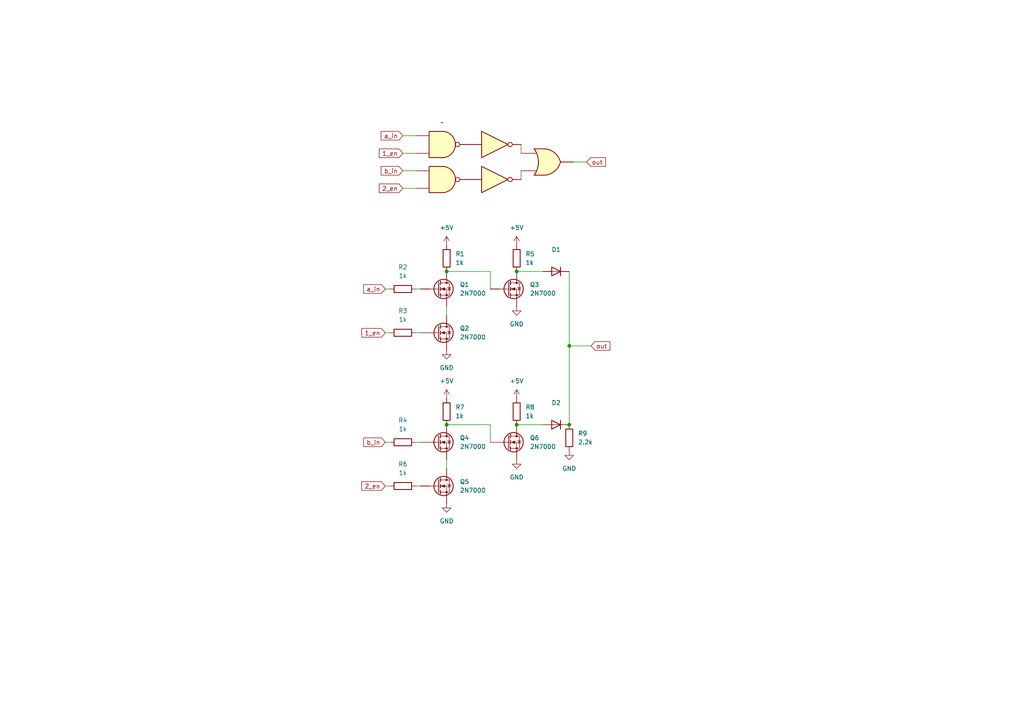
<source format=kicad_sch>
(kicad_sch (version 20250114) (generator "eeschema") (generator_version "9.0")
  (paper "A4")
  (lib_symbols
    (symbol "2N7000_1" (pin_numbers (hide yes)) (pin_names (hide yes))
      (property "Reference" "Q" (at 5.08 1.905 0))
      (property "Value" "2N7000" (at 5.08 0 0))
      (symbol "2N7000_1_0_1"
        (polyline (pts (xy 0.254 1.905) (xy 0.254 -1.905)) (stroke (width 0.254)))
        (polyline (pts (xy 0.254 0) (xy -2.54 0)))
        (polyline (pts (xy 0.762 2.286) (xy 0.762 1.27)) (stroke (width 0.254)))
        (polyline (pts (xy 0.762 0.508) (xy 0.762 -0.508)) (stroke (width 0.254)))
        (polyline (pts (xy 0.762 -1.27) (xy 0.762 -2.286)) (stroke (width 0.254)))
        (polyline (pts (xy 0.762 -1.778) (xy 3.302 -1.778) (xy 3.302 1.778) (xy 0.762 1.778)))
        (polyline (pts (xy 1.016 0) (xy 2.032 0.381) (xy 2.032 -0.381) (xy 1.016 0)) (fill (type outline)))
        (circle (center 1.651 0) (radius 2.794) (stroke (width 0.254)))
        (polyline (pts (xy 2.54 2.54) (xy 2.54 1.778)))
        (circle (center 2.54 1.778) (radius 0.254) (fill (type outline)))
        (circle (center 2.54 -1.778) (radius 0.254) (fill (type outline)))
        (polyline (pts (xy 2.54 -2.54) (xy 2.54 0) (xy 0.762 0)))
        (polyline (pts (xy 2.794 0.508) (xy 2.921 0.381) (xy 3.683 0.381) (xy 3.81 0.254)))
        (polyline (pts (xy 3.302 0.381) (xy 2.921 -0.254) (xy 3.683 -0.254) (xy 3.302 0.381)))
      )
      (symbol "2N7000_1_1_1"
        (pin input line (at -5.08 0 0) (length 2.54) (name "G") (number "2"))
        (pin passive line (at 2.54 5.08 270) (length 2.54) (name "D") (number "3"))
        (pin passive line (at 2.54 -5.08 90) (length 2.54) (name "S") (number "1"))
      )
    )
    (symbol "2N7000_2" (pin_numbers (hide yes)) (pin_names (hide yes))
      (property "Reference" "Q" (at 5.08 1.905 0))
      (property "Value" "2N7000" (at 5.08 0 0))
      (symbol "2N7000_2_0_1"
        (polyline (pts (xy 0.254 1.905) (xy 0.254 -1.905)) (stroke (width 0.254)))
        (polyline (pts (xy 0.254 0) (xy -2.54 0)))
        (polyline (pts (xy 0.762 2.286) (xy 0.762 1.27)) (stroke (width 0.254)))
        (polyline (pts (xy 0.762 0.508) (xy 0.762 -0.508)) (stroke (width 0.254)))
        (polyline (pts (xy 0.762 -1.27) (xy 0.762 -2.286)) (stroke (width 0.254)))
        (polyline (pts (xy 0.762 -1.778) (xy 3.302 -1.778) (xy 3.302 1.778) (xy 0.762 1.778)))
        (polyline (pts (xy 1.016 0) (xy 2.032 0.381) (xy 2.032 -0.381) (xy 1.016 0)) (fill (type outline)))
        (circle (center 1.651 0) (radius 2.794) (stroke (width 0.254)))
        (polyline (pts (xy 2.54 2.54) (xy 2.54 1.778)))
        (circle (center 2.54 1.778) (radius 0.254) (fill (type outline)))
        (circle (center 2.54 -1.778) (radius 0.254) (fill (type outline)))
        (polyline (pts (xy 2.54 -2.54) (xy 2.54 0) (xy 0.762 0)))
        (polyline (pts (xy 2.794 0.508) (xy 2.921 0.381) (xy 3.683 0.381) (xy 3.81 0.254)))
        (polyline (pts (xy 3.302 0.381) (xy 2.921 -0.254) (xy 3.683 -0.254) (xy 3.302 0.381)))
      )
      (symbol "2N7000_2_1_1"
        (pin input line (at -5.08 0 0) (length 2.54) (name "G") (number "2"))
        (pin passive line (at 2.54 5.08 270) (length 2.54) (name "D") (number "3"))
        (pin passive line (at 2.54 -5.08 90) (length 2.54) (name "S") (number "1"))
      )
    )
    (symbol "74HC00_1" (pin_numbers (hide yes)) (pin_names (offset 1.016) (hide yes))
      (property "Reference" "U" (at 0 1.27 0))
      (property "Value" "74HC00" (at 0 -1.27 0))
      (symbol "74HC00_1_1_1"
        (arc (start 0 3.81) (mid 3.7934 0) (end 0 -3.81) (stroke (width 0.254)) (fill (type background)))
        (polyline (pts (xy 0 3.81) (xy -3.81 3.81) (xy -3.81 -3.81) (xy 0 -3.81)) (stroke (width 0.254)) (fill (type background)))
        (pin input line (at -7.62 2.54 0) (length 3.81) (name "~") (number "1"))
        (pin input line (at -7.62 -2.54 0) (length 3.81) (name "~") (number "2"))
        (pin output inverted (at 7.62 0 180) (length 3.81) (name "~") (number "3"))
      )
      (symbol "74HC00_1_1_2"
        (arc (start -3.81 3.81) (mid -2.589 0) (end -3.81 -3.81) (stroke (width 0.254)))
        (polyline (pts (xy -3.81 3.81) (xy -0.635 3.81)) (stroke (width 0.254)) (fill (type background)))
        (polyline (pts (xy -3.81 -3.81) (xy -0.635 -3.81)) (stroke (width 0.254)) (fill (type background)))
        (arc (start 3.81 0) (mid 2.1855 -2.584) (end -0.6096 -3.81) (stroke (width 0.254)) (fill (type background)))
        (arc (start -0.6096 3.81) (mid 2.1928 2.5924) (end 3.81 0) (stroke (width 0.254)) (fill (type background)))
        (polyline (pts (xy -0.635 3.81) (xy -3.81 3.81) (xy -3.81 3.81) (xy -3.556 3.4036) (xy -3.0226 2.2606) (xy -2.6924 1.0414) (xy -2.6162 -0.254) (xy -2.7686 -1.4986) (xy -3.175 -2.7178) (xy -3.81 -3.81) (xy -3.81 -3.81) (xy -0.635 -3.81)) (stroke (width -25.4)) (fill (type background)))
        (pin input inverted (at -7.62 2.54 0) (length 4.318) (name "~") (number "1"))
        (pin input inverted (at -7.62 -2.54 0) (length 4.318) (name "~") (number "2"))
        (pin output line (at 7.62 0 180) (length 3.81) (name "~") (number "3"))
      )
      (symbol "74HC00_1_2_1"
        (arc (start 0 3.81) (mid 3.7934 0) (end 0 -3.81) (stroke (width 0.254)) (fill (type background)))
        (polyline (pts (xy 0 3.81) (xy -3.81 3.81) (xy -3.81 -3.81) (xy 0 -3.81)) (stroke (width 0.254)) (fill (type background)))
        (pin input line (at -7.62 2.54 0) (length 3.81) (name "~") (number "4"))
        (pin input line (at -7.62 -2.54 0) (length 3.81) (name "~") (number "5"))
        (pin output inverted (at 7.62 0 180) (length 3.81) (name "~") (number "6"))
      )
      (symbol "74HC00_1_2_2"
        (arc (start -3.81 3.81) (mid -2.589 0) (end -3.81 -3.81) (stroke (width 0.254)))
        (polyline (pts (xy -3.81 3.81) (xy -0.635 3.81)) (stroke (width 0.254)) (fill (type background)))
        (polyline (pts (xy -3.81 -3.81) (xy -0.635 -3.81)) (stroke (width 0.254)) (fill (type background)))
        (arc (start 3.81 0) (mid 2.1855 -2.584) (end -0.6096 -3.81) (stroke (width 0.254)) (fill (type background)))
        (arc (start -0.6096 3.81) (mid 2.1928 2.5924) (end 3.81 0) (stroke (width 0.254)) (fill (type background)))
        (polyline (pts (xy -0.635 3.81) (xy -3.81 3.81) (xy -3.81 3.81) (xy -3.556 3.4036) (xy -3.0226 2.2606) (xy -2.6924 1.0414) (xy -2.6162 -0.254) (xy -2.7686 -1.4986) (xy -3.175 -2.7178) (xy -3.81 -3.81) (xy -3.81 -3.81) (xy -0.635 -3.81)) (stroke (width -25.4)) (fill (type background)))
        (pin input inverted (at -7.62 2.54 0) (length 4.318) (name "~") (number "4"))
        (pin input inverted (at -7.62 -2.54 0) (length 4.318) (name "~") (number "5"))
        (pin output line (at 7.62 0 180) (length 3.81) (name "~") (number "6"))
      )
      (symbol "74HC00_1_3_1"
        (arc (start 0 3.81) (mid 3.7934 0) (end 0 -3.81) (stroke (width 0.254)) (fill (type background)))
        (polyline (pts (xy 0 3.81) (xy -3.81 3.81) (xy -3.81 -3.81) (xy 0 -3.81)) (stroke (width 0.254)) (fill (type background)))
        (pin input line (at -7.62 2.54 0) (length 3.81) (name "~") (number "9"))
        (pin input line (at -7.62 -2.54 0) (length 3.81) (name "~") (number "10"))
        (pin output inverted (at 7.62 0 180) (length 3.81) (name "~") (number "8"))
      )
      (symbol "74HC00_1_3_2"
        (arc (start -3.81 3.81) (mid -2.589 0) (end -3.81 -3.81) (stroke (width 0.254)))
        (polyline (pts (xy -3.81 3.81) (xy -0.635 3.81)) (stroke (width 0.254)) (fill (type background)))
        (polyline (pts (xy -3.81 -3.81) (xy -0.635 -3.81)) (stroke (width 0.254)) (fill (type background)))
        (arc (start 3.81 0) (mid 2.1855 -2.584) (end -0.6096 -3.81) (stroke (width 0.254)) (fill (type background)))
        (arc (start -0.6096 3.81) (mid 2.1928 2.5924) (end 3.81 0) (stroke (width 0.254)) (fill (type background)))
        (polyline (pts (xy -0.635 3.81) (xy -3.81 3.81) (xy -3.81 3.81) (xy -3.556 3.4036) (xy -3.0226 2.2606) (xy -2.6924 1.0414) (xy -2.6162 -0.254) (xy -2.7686 -1.4986) (xy -3.175 -2.7178) (xy -3.81 -3.81) (xy -3.81 -3.81) (xy -0.635 -3.81)) (stroke (width -25.4)) (fill (type background)))
        (pin input inverted (at -7.62 2.54 0) (length 4.318) (name "~") (number "9"))
        (pin input inverted (at -7.62 -2.54 0) (length 4.318) (name "~") (number "10"))
        (pin output line (at 7.62 0 180) (length 3.81) (name "~") (number "8"))
      )
      (symbol "74HC00_1_4_1"
        (arc (start 0 3.81) (mid 3.7934 0) (end 0 -3.81) (stroke (width 0.254)) (fill (type background)))
        (polyline (pts (xy 0 3.81) (xy -3.81 3.81) (xy -3.81 -3.81) (xy 0 -3.81)) (stroke (width 0.254)) (fill (type background)))
        (pin input line (at -7.62 2.54 0) (length 3.81) (name "~") (number "12"))
        (pin input line (at -7.62 -2.54 0) (length 3.81) (name "~") (number "13"))
        (pin output inverted (at 7.62 0 180) (length 3.81) (name "~") (number "11"))
      )
      (symbol "74HC00_1_4_2"
        (arc (start -3.81 3.81) (mid -2.589 0) (end -3.81 -3.81) (stroke (width 0.254)))
        (polyline (pts (xy -3.81 3.81) (xy -0.635 3.81)) (stroke (width 0.254)) (fill (type background)))
        (polyline (pts (xy -3.81 -3.81) (xy -0.635 -3.81)) (stroke (width 0.254)) (fill (type background)))
        (arc (start 3.81 0) (mid 2.1855 -2.584) (end -0.6096 -3.81) (stroke (width 0.254)) (fill (type background)))
        (arc (start -0.6096 3.81) (mid 2.1928 2.5924) (end 3.81 0) (stroke (width 0.254)) (fill (type background)))
        (polyline (pts (xy -0.635 3.81) (xy -3.81 3.81) (xy -3.81 3.81) (xy -3.556 3.4036) (xy -3.0226 2.2606) (xy -2.6924 1.0414) (xy -2.6162 -0.254) (xy -2.7686 -1.4986) (xy -3.175 -2.7178) (xy -3.81 -3.81) (xy -3.81 -3.81) (xy -0.635 -3.81)) (stroke (width -25.4)) (fill (type background)))
        (pin input inverted (at -7.62 2.54 0) (length 4.318) (name "~") (number "12"))
        (pin input inverted (at -7.62 -2.54 0) (length 4.318) (name "~") (number "13"))
        (pin output line (at 7.62 0 180) (length 3.81) (name "~") (number "11"))
      )
      (symbol "74HC00_1_5_0"
        (pin power_in line (at 0 12.7 270) (length 5.08) (name "VCC") (number "14"))
        (pin power_in line (at 0 -12.7 90) (length 5.08) (name "GND") (number "7"))
      )
      (symbol "74HC00_1_5_1"
        (rectangle (start -5.08 7.62) (end 5.08 -7.62) (stroke (width 0.254)) (fill (type background)))
      )
    )
    (symbol "74xx:74AHC04" (pin_numbers (hide yes)) (pin_names (hide yes))
      (property "Reference" "U" (at 0 1.27 0))
      (property "Value" "74AHC04" (at 0 -1.27 0))
      (symbol "74AHC04_1_0"
        (polyline (pts (xy -3.81 3.81) (xy -3.81 -3.81) (xy 3.81 0) (xy -3.81 3.81)) (stroke (width 0.254)) (fill (type background)))
        (pin input line (at -7.62 0 0) (length 3.81) (name "~") (number "1"))
        (pin output inverted (at 7.62 0 180) (length 3.81) (name "~") (number "2"))
      )
      (symbol "74AHC04_2_0"
        (polyline (pts (xy -3.81 3.81) (xy -3.81 -3.81) (xy 3.81 0) (xy -3.81 3.81)) (stroke (width 0.254)) (fill (type background)))
        (pin input line (at -7.62 0 0) (length 3.81) (name "~") (number "3"))
        (pin output inverted (at 7.62 0 180) (length 3.81) (name "~") (number "4"))
      )
      (symbol "74AHC04_3_0"
        (polyline (pts (xy -3.81 3.81) (xy -3.81 -3.81) (xy 3.81 0) (xy -3.81 3.81)) (stroke (width 0.254)) (fill (type background)))
        (pin input line (at -7.62 0 0) (length 3.81) (name "~") (number "5"))
        (pin output inverted (at 7.62 0 180) (length 3.81) (name "~") (number "6"))
      )
      (symbol "74AHC04_4_0"
        (polyline (pts (xy -3.81 3.81) (xy -3.81 -3.81) (xy 3.81 0) (xy -3.81 3.81)) (stroke (width 0.254)) (fill (type background)))
        (pin input line (at -7.62 0 0) (length 3.81) (name "~") (number "9"))
        (pin output inverted (at 7.62 0 180) (length 3.81) (name "~") (number "8"))
      )
      (symbol "74AHC04_5_0"
        (polyline (pts (xy -3.81 3.81) (xy -3.81 -3.81) (xy 3.81 0) (xy -3.81 3.81)) (stroke (width 0.254)) (fill (type background)))
        (pin input line (at -7.62 0 0) (length 3.81) (name "~") (number "11"))
        (pin output inverted (at 7.62 0 180) (length 3.81) (name "~") (number "10"))
      )
      (symbol "74AHC04_6_0"
        (polyline (pts (xy -3.81 3.81) (xy -3.81 -3.81) (xy 3.81 0) (xy -3.81 3.81)) (stroke (width 0.254)) (fill (type background)))
        (pin input line (at -7.62 0 0) (length 3.81) (name "~") (number "13"))
        (pin output inverted (at 7.62 0 180) (length 3.81) (name "~") (number "12"))
      )
      (symbol "74AHC04_7_0"
        (pin power_in line (at 0 12.7 270) (length 5.08) (name "VCC") (number "14"))
        (pin power_in line (at 0 -12.7 90) (length 5.08) (name "GND") (number "7"))
      )
      (symbol "74AHC04_7_1"
        (rectangle (start -5.08 7.62) (end 5.08 -7.62) (stroke (width 0.254)) (fill (type background)))
      )
    )
    (symbol "74xx:74HC02" (pin_numbers (hide yes)) (pin_names (offset 1.016))
      (property "Reference" "U1" (at 0 8.89 0))
      (property "Value" "74HC02" (at 0 6.35 0))
      (symbol "74HC02_1_1"
        (arc (start -3.81 3.81) (mid -2.589 0) (end -3.81 -3.81) (stroke (width 0.254)))
        (polyline (pts (xy -3.81 3.81) (xy -0.635 3.81)) (stroke (width 0.254)) (fill (type background)))
        (polyline (pts (xy -3.81 -3.81) (xy -0.635 -3.81)) (stroke (width 0.254)) (fill (type background)))
        (arc (start 3.81 0) (mid 2.1855 -2.584) (end -0.6096 -3.81) (stroke (width 0.254)) (fill (type background)))
        (arc (start -0.6096 3.81) (mid 2.1928 2.5924) (end 3.81 0) (stroke (width 0.254)) (fill (type background)))
        (polyline (pts (xy -0.635 3.81) (xy -3.81 3.81) (xy -3.81 3.81) (xy -3.556 3.4036) (xy -3.0226 2.2606) (xy -2.6924 1.0414) (xy -2.6162 -0.254) (xy -2.7686 -1.4986) (xy -3.175 -2.7178) (xy -3.81 -3.81) (xy -3.81 -3.81) (xy -0.635 -3.81)) (stroke (width -25.4)) (fill (type background)))
        (pin input line (at -7.62 2.54 0) (length 4.318) (name "~") (number "2"))
        (pin input line (at -7.62 -2.54 0) (length 4.318) (name "~") (number "3"))
        (pin output line (at 7.62 0 180) (length 3.81) (name "~") (number "1"))
      )
      (symbol "74HC02_1_2"
        (arc (start 0 3.81) (mid 3.7934 0) (end 0 -3.81) (stroke (width 0.254)) (fill (type background)))
        (polyline (pts (xy 0 3.81) (xy -3.81 3.81) (xy -3.81 -3.81) (xy 0 -3.81)) (stroke (width 0.254)) (fill (type background)))
        (pin input inverted (at -7.62 2.54 0) (length 3.81) (name "~") (number "2"))
        (pin input inverted (at -7.62 -2.54 0) (length 3.81) (name "~") (number "3"))
        (pin output line (at 7.62 0 180) (length 3.81) (name "~") (number "1"))
      )
      (symbol "74HC02_2_1"
        (arc (start -3.81 3.81) (mid -2.589 0) (end -3.81 -3.81) (stroke (width 0.254)))
        (polyline (pts (xy -3.81 3.81) (xy -0.635 3.81)) (stroke (width 0.254)) (fill (type background)))
        (polyline (pts (xy -3.81 -3.81) (xy -0.635 -3.81)) (stroke (width 0.254)) (fill (type background)))
        (arc (start 3.81 0) (mid 2.1855 -2.584) (end -0.6096 -3.81) (stroke (width 0.254)) (fill (type background)))
        (arc (start -0.6096 3.81) (mid 2.1928 2.5924) (end 3.81 0) (stroke (width 0.254)) (fill (type background)))
        (polyline (pts (xy -0.635 3.81) (xy -3.81 3.81) (xy -3.81 3.81) (xy -3.556 3.4036) (xy -3.0226 2.2606) (xy -2.6924 1.0414) (xy -2.6162 -0.254) (xy -2.7686 -1.4986) (xy -3.175 -2.7178) (xy -3.81 -3.81) (xy -3.81 -3.81) (xy -0.635 -3.81)) (stroke (width -25.4)) (fill (type background)))
        (pin input line (at -7.62 2.54 0) (length 4.318) (name "~") (number "5"))
        (pin input line (at -7.62 -2.54 0) (length 4.318) (name "~") (number "6"))
        (pin output inverted (at 7.62 0 180) (length 3.81) (name "~") (number "4"))
      )
      (symbol "74HC02_2_2"
        (arc (start 0 3.81) (mid 3.7934 0) (end 0 -3.81) (stroke (width 0.254)) (fill (type background)))
        (polyline (pts (xy 0 3.81) (xy -3.81 3.81) (xy -3.81 -3.81) (xy 0 -3.81)) (stroke (width 0.254)) (fill (type background)))
        (pin input inverted (at -7.62 2.54 0) (length 3.81) (name "~") (number "5"))
        (pin input inverted (at -7.62 -2.54 0) (length 3.81) (name "~") (number "6"))
        (pin output line (at 7.62 0 180) (length 3.81) (name "~") (number "4"))
      )
      (symbol "74HC02_3_1"
        (arc (start -3.81 3.81) (mid -2.589 0) (end -3.81 -3.81) (stroke (width 0.254)))
        (polyline (pts (xy -3.81 3.81) (xy -0.635 3.81)) (stroke (width 0.254)) (fill (type background)))
        (polyline (pts (xy -3.81 -3.81) (xy -0.635 -3.81)) (stroke (width 0.254)) (fill (type background)))
        (arc (start 3.81 0) (mid 2.1855 -2.584) (end -0.6096 -3.81) (stroke (width 0.254)) (fill (type background)))
        (arc (start -0.6096 3.81) (mid 2.1928 2.5924) (end 3.81 0) (stroke (width 0.254)) (fill (type background)))
        (polyline (pts (xy -0.635 3.81) (xy -3.81 3.81) (xy -3.81 3.81) (xy -3.556 3.4036) (xy -3.0226 2.2606) (xy -2.6924 1.0414) (xy -2.6162 -0.254) (xy -2.7686 -1.4986) (xy -3.175 -2.7178) (xy -3.81 -3.81) (xy -3.81 -3.81) (xy -0.635 -3.81)) (stroke (width -25.4)) (fill (type background)))
        (pin input line (at -7.62 2.54 0) (length 4.318) (name "~") (number "8"))
        (pin input line (at -7.62 -2.54 0) (length 4.318) (name "~") (number "9"))
        (pin output inverted (at 7.62 0 180) (length 3.81) (name "~") (number "10"))
      )
      (symbol "74HC02_3_2"
        (arc (start 0 3.81) (mid 3.7934 0) (end 0 -3.81) (stroke (width 0.254)) (fill (type background)))
        (polyline (pts (xy 0 3.81) (xy -3.81 3.81) (xy -3.81 -3.81) (xy 0 -3.81)) (stroke (width 0.254)) (fill (type background)))
        (pin input inverted (at -7.62 2.54 0) (length 3.81) (name "~") (number "8"))
        (pin input inverted (at -7.62 -2.54 0) (length 3.81) (name "~") (number "9"))
        (pin output line (at 7.62 0 180) (length 3.81) (name "~") (number "10"))
      )
      (symbol "74HC02_4_1"
        (arc (start -3.81 3.81) (mid -2.589 0) (end -3.81 -3.81) (stroke (width 0.254)))
        (polyline (pts (xy -3.81 3.81) (xy -0.635 3.81)) (stroke (width 0.254)) (fill (type background)))
        (polyline (pts (xy -3.81 -3.81) (xy -0.635 -3.81)) (stroke (width 0.254)) (fill (type background)))
        (arc (start 3.81 0) (mid 2.1855 -2.584) (end -0.6096 -3.81) (stroke (width 0.254)) (fill (type background)))
        (arc (start -0.6096 3.81) (mid 2.1928 2.5924) (end 3.81 0) (stroke (width 0.254)) (fill (type background)))
        (polyline (pts (xy -0.635 3.81) (xy -3.81 3.81) (xy -3.81 3.81) (xy -3.556 3.4036) (xy -3.0226 2.2606) (xy -2.6924 1.0414) (xy -2.6162 -0.254) (xy -2.7686 -1.4986) (xy -3.175 -2.7178) (xy -3.81 -3.81) (xy -3.81 -3.81) (xy -0.635 -3.81)) (stroke (width -25.4)) (fill (type background)))
        (pin input line (at -7.62 2.54 0) (length 4.318) (name "~") (number "11"))
        (pin input line (at -7.62 -2.54 0) (length 4.318) (name "~") (number "12"))
        (pin output inverted (at 7.62 0 180) (length 3.81) (name "~") (number "13"))
      )
      (symbol "74HC02_4_2"
        (arc (start 0 3.81) (mid 3.7934 0) (end 0 -3.81) (stroke (width 0.254)) (fill (type background)))
        (polyline (pts (xy 0 3.81) (xy -3.81 3.81) (xy -3.81 -3.81) (xy 0 -3.81)) (stroke (width 0.254)) (fill (type background)))
        (pin input inverted (at -7.62 2.54 0) (length 3.81) (name "~") (number "11"))
        (pin input inverted (at -7.62 -2.54 0) (length 3.81) (name "~") (number "12"))
        (pin output line (at 7.62 0 180) (length 3.81) (name "~") (number "13"))
      )
      (symbol "74HC02_5_0"
        (pin power_in line (at 0 12.7 270) (length 5.08) (name "VCC") (number "14"))
        (pin power_in line (at 0 -12.7 90) (length 5.08) (name "GND") (number "7"))
      )
      (symbol "74HC02_5_1"
        (rectangle (start -5.08 7.62) (end 5.08 -7.62) (stroke (width 0.254)) (fill (type background)))
      )
    )
    (symbol "Device:R" (pin_numbers (hide yes)) (pin_names (offset 0))
      (property "Reference" "R" (at 2.032 0 90))
      (property "Value" "R" (at 0 0 90))
      (symbol "R_0_1"
        (rectangle (start -1.016 -2.54) (end 1.016 2.54) (stroke (width 0.254)))
      )
      (symbol "R_1_1"
        (pin passive line (at 0 3.81 270) (length 1.27) (name "~") (number "1"))
        (pin passive line (at 0 -3.81 90) (length 1.27) (name "~") (number "2"))
      )
    )
    (symbol "Diode:1N4001" (pin_numbers (hide yes)) (pin_names (hide yes))
      (property "Reference" "D" (at 0 2.54 0))
      (property "Value" "1N4001" (at 0 -2.54 0))
      (symbol "1N4001_0_1"
        (polyline (pts (xy -1.27 1.27) (xy -1.27 -1.27)) (stroke (width 0.254)))
        (polyline (pts (xy 1.27 1.27) (xy 1.27 -1.27) (xy -1.27 0) (xy 1.27 1.27)) (stroke (width 0.254)))
        (polyline (pts (xy 1.27 0) (xy -1.27 0)))
      )
      (symbol "1N4001_1_1"
        (pin passive line (at -3.81 0 0) (length 2.54) (name "K") (number "1"))
        (pin passive line (at 3.81 0 180) (length 2.54) (name "A") (number "2"))
      )
    )
    (symbol "Transistor_FET:2N7000" (pin_numbers (hide yes)) (pin_names (hide yes))
      (property "Reference" "Q" (at 5.08 1.905 0))
      (property "Value" "2N7000" (at 5.08 0 0))
      (symbol "2N7000_0_1"
        (polyline (pts (xy 0.254 1.905) (xy 0.254 -1.905)) (stroke (width 0.254)))
        (polyline (pts (xy 0.254 0) (xy -2.54 0)))
        (polyline (pts (xy 0.762 2.286) (xy 0.762 1.27)) (stroke (width 0.254)))
        (polyline (pts (xy 0.762 0.508) (xy 0.762 -0.508)) (stroke (width 0.254)))
        (polyline (pts (xy 0.762 -1.27) (xy 0.762 -2.286)) (stroke (width 0.254)))
        (polyline (pts (xy 0.762 -1.778) (xy 3.302 -1.778) (xy 3.302 1.778) (xy 0.762 1.778)))
        (polyline (pts (xy 1.016 0) (xy 2.032 0.381) (xy 2.032 -0.381) (xy 1.016 0)) (fill (type outline)))
        (circle (center 1.651 0) (radius 2.794) (stroke (width 0.254)))
        (polyline (pts (xy 2.54 2.54) (xy 2.54 1.778)))
        (circle (center 2.54 1.778) (radius 0.254) (fill (type outline)))
        (circle (center 2.54 -1.778) (radius 0.254) (fill (type outline)))
        (polyline (pts (xy 2.54 -2.54) (xy 2.54 0) (xy 0.762 0)))
        (polyline (pts (xy 2.794 0.508) (xy 2.921 0.381) (xy 3.683 0.381) (xy 3.81 0.254)))
        (polyline (pts (xy 3.302 0.381) (xy 2.921 -0.254) (xy 3.683 -0.254) (xy 3.302 0.381)))
      )
      (symbol "2N7000_1_1"
        (pin input line (at -5.08 0 0) (length 2.54) (name "G") (number "2"))
        (pin passive line (at 2.54 5.08 270) (length 2.54) (name "D") (number "3"))
        (pin passive line (at 2.54 -5.08 90) (length 2.54) (name "S") (number "1"))
      )
    )
    (symbol "power:+5V" (power) (pin_numbers (hide yes)) (pin_names (offset 0) (hide yes))
      (property "Value" "+5V" (at 0 3.556 0))
      (symbol "+5V_0_1"
        (polyline (pts (xy -0.762 1.27) (xy 0 2.54)))
        (polyline (pts (xy 0 2.54) (xy 0.762 1.27)))
        (polyline (pts (xy 0 0) (xy 0 2.54)))
      )
      (symbol "+5V_1_1"
        (pin power_in line (at 0 0 90) (length 0) (name "~") (number "1"))
      )
    )
    (symbol "power:GND" (power) (pin_numbers (hide yes)) (pin_names (offset 0) (hide yes))
      (property "Value" "GND" (at 0 -3.81 0))
      (symbol "GND_0_1"
        (polyline (pts (xy 0 0) (xy 0 -1.27) (xy 1.27 -1.27) (xy 0 -2.54) (xy -1.27 -1.27) (xy 0 -1.27)))
      )
      (symbol "GND_1_1"
        (pin power_in line (at 0 0 270) (length 0) (name "~") (number "1"))
      )
    )
  )
  (junction (at 129.54 78.74))
  (junction (at 149.86 78.74))
  (junction (at 165.1 123.19))
  (junction (at 149.86 123.19))
  (junction (at 129.54 123.19))
  (junction (at 165.1 100.33))
  (wire (pts (xy 142.24 78.74) (xy 129.54 78.74)))
  (wire (pts (xy 120.65 96.52) (xy 121.92 96.52)))
  (wire (pts (xy 111.76 140.97) (xy 113.03 140.97)))
  (wire (pts (xy 151.13 49.53) (xy 151.13 52.07)))
  (wire (pts (xy 142.24 128.27) (xy 142.24 123.19)))
  (wire (pts (xy 151.13 44.45) (xy 151.13 41.91)))
  (wire (pts (xy 111.76 96.52) (xy 113.03 96.52)))
  (wire (pts (xy 142.24 83.82) (xy 142.24 78.74)))
  (wire (pts (xy 120.65 140.97) (xy 121.92 140.97)))
  (wire (pts (xy 165.1 78.74) (xy 165.1 100.33)))
  (wire (pts (xy 165.1 100.33) (xy 165.1 123.19)))
  (wire (pts (xy 116.84 44.45) (xy 120.65 44.45)))
  (wire (pts (xy 116.84 54.61) (xy 120.65 54.61)))
  (wire (pts (xy 116.84 49.53) (xy 120.65 49.53)))
  (wire (pts (xy 111.76 128.27) (xy 113.03 128.27)))
  (wire (pts (xy 142.24 123.19) (xy 129.54 123.19)))
  (wire (pts (xy 129.54 133.35) (xy 129.54 135.89)))
  (wire (pts (xy 120.65 83.82) (xy 121.92 83.82)))
  (wire (pts (xy 157.48 123.19) (xy 149.86 123.19)))
  (wire (pts (xy 111.76 83.82) (xy 113.03 83.82)))
  (wire (pts (xy 120.65 128.27) (xy 121.92 128.27)))
  (wire (pts (xy 165.1 100.33) (xy 171.45 100.33)))
  (wire (pts (xy 166.37 46.99) (xy 170.18 46.99)))
  (wire (pts (xy 116.84 39.37) (xy 120.65 39.37)))
  (wire (pts (xy 129.54 88.9) (xy 129.54 91.44)))
  (wire (pts (xy 157.48 78.74) (xy 149.86 78.74)))
  (global_label "a_in" (shape input) (at 116.84 39.37 180) (property "Intersheetrefs" "${INTERSHEET_REFS}" (effects (hide yes))))
  (global_label "2_en" (shape input) (at 111.76 140.97 180) (property "Intersheetrefs" "${INTERSHEET_REFS}" (effects (hide yes))))
  (global_label "2_en" (shape input) (at 116.84 54.61 180) (property "Intersheetrefs" "${INTERSHEET_REFS}" (effects (hide yes))))
  (global_label "b_in" (shape input) (at 111.76 128.27 180) (property "Intersheetrefs" "${INTERSHEET_REFS}" (effects (hide yes))))
  (global_label "1_en" (shape input) (at 116.84 44.45 180) (property "Intersheetrefs" "${INTERSHEET_REFS}" (effects (hide yes))))
  (global_label "b_in" (shape input) (at 116.84 49.53 180) (property "Intersheetrefs" "${INTERSHEET_REFS}" (effects (hide yes))))
  (global_label "1_en" (shape input) (at 111.76 96.52 180) (property "Intersheetrefs" "${INTERSHEET_REFS}" (effects (hide yes))))
  (global_label "a_in" (shape input) (at 111.76 83.82 180) (property "Intersheetrefs" "${INTERSHEET_REFS}" (effects (hide yes))))
  (global_label "out" (shape input) (at 171.45 100.33 0) (property "Intersheetrefs" "${INTERSHEET_REFS}" (effects (hide yes))))
  (global_label "out" (shape input) (at 170.18 46.99 0) (property "Intersheetrefs" "${INTERSHEET_REFS}" (effects (hide yes))))
  (symbol (lib_id "74xx:74AHC04") (at 143.51 52.07 0) (unit 1)
    (property "Reference" "U5" (effects (hide yes)))
    (property "Value" "74AHC04" (effects (hide yes)))
    (property "Datasheet" "https://assets.nexperia.com/documents/data-sheet/74AHC_AHCT04.pdf" (effects (hide yes)))
    (property "Description" "Hex Inverter" (effects (hide yes)))
  )
  (symbol (lib_id "power:GND") (at 149.86 133.35 0) (unit 1)
    (property "Reference" "#PWR08" (effects (hide yes)))
    (property "Value" "GND" (at 149.86 138.43 0))
    (property "Description" "Power symbol creates a global label with name \"GND\" , ground" (effects (hide yes)))
  )
  (symbol (lib_id "power:+5V") (at 149.86 71.12 0) (unit 1)
    (property "Reference" "#PWR03" (effects (hide yes)))
    (property "Value" "+5V" (at 149.86 66.04 0))
    (property "Description" "Power symbol creates a global label with name \"+5V\"" (effects (hide yes)))
  )
  (symbol (lib_name "74HC00_1") (lib_id "74xx:74HC00") (at 128.27 41.91 0) (unit 1)
    (property "Reference" "U0" (effects (hide yes)))
    (property "Value" "~" (at 128.2617 35.56 0))
    (property "Datasheet" "http://www.ti.com/lit/gpn/sn74hc00" (effects (hide yes)))
    (property "Description" "quad 2-input NAND gate" (effects (hide yes)))
  )
  (symbol (lib_name "74HC00_1") (lib_id "74xx:74HC00") (at 128.27 52.07 0) (unit 1)
    (property "Reference" "U2" (effects (hide yes)))
    (property "Value" "~" (at 128.2617 45.72 0))
    (property "Datasheet" "http://www.ti.com/lit/gpn/sn74hc00" (effects (hide yes)))
    (property "Description" "quad 2-input NAND gate" (effects (hide yes)))
  )
  (symbol (lib_id "power:+5V") (at 129.54 115.57 0) (unit 1)
    (property "Reference" "#PWR05" (effects (hide yes)))
    (property "Value" "+5V" (at 129.54 110.49 0))
    (property "Description" "Power symbol creates a global label with name \"+5V\"" (effects (hide yes)))
  )
  (symbol (lib_id "Device:R") (at 149.86 119.38 0) (unit 1)
    (property "Reference" "R8" (at 152.4 118.1099 0) (effects (justify left)))
    (property "Value" "1k" (at 152.4 120.6499 0) (effects (justify left)))
    (property "Description" "Resistor" (effects (hide yes)))
  )
  (symbol (lib_name "2N7000_1") (lib_id "Transistor_FET:2N7000") (at 127 128.27 0) (unit 1)
    (property "Reference" "Q4" (at 133.35 126.9999 0) (effects (justify left)))
    (property "Value" "2N7000" (at 133.35 129.5399 0) (effects (justify left)))
    (property "Footprint" "Package_TO_SOT_THT:TO-92_Inline" (effects (hide yes)))
    (property "Datasheet" "https://www.vishay.com/docs/70226/70226.pdf" (effects (hide yes)))
    (property "Description" "0.2A Id, 200V Vds, N-Channel MOSFET, 2.6V Logic Level, TO-92" (effects (hide yes)))
  )
  (symbol (lib_id "74xx:74AHC04") (at 143.51 41.91 0) (unit 1)
    (property "Reference" "U4" (effects (hide yes)))
    (property "Value" "74AHC04" (effects (hide yes)))
    (property "Datasheet" "https://assets.nexperia.com/documents/data-sheet/74AHC_AHCT04.pdf" (effects (hide yes)))
    (property "Description" "Hex Inverter" (effects (hide yes)))
  )
  (symbol (lib_name "2N7000_2") (lib_id "Transistor_FET:2N7000") (at 147.32 83.82 0) (unit 1)
    (property "Reference" "Q3" (at 153.67 82.5499 0) (effects (justify left)))
    (property "Value" "2N7000" (at 153.67 85.0899 0) (effects (justify left)))
    (property "Footprint" "Package_TO_SOT_THT:TO-92_Inline" (effects (hide yes)))
    (property "Datasheet" "https://www.vishay.com/docs/70226/70226.pdf" (effects (hide yes)))
    (property "Description" "0.2A Id, 200V Vds, N-Channel MOSFET, 2.6V Logic Level, TO-92" (effects (hide yes)))
  )
  (symbol (lib_id "Diode:1N4001") (at 161.29 123.19 0) (mirror y) (unit 1)
    (property "Reference" "D2" (at 161.29 116.84 0))
    (property "Value" "1N4001" (effects (hide yes)))
    (property "Footprint" "Diode_THT:D_DO-41_SOD81_P10.16mm_Horizontal" (effects (hide yes)))
    (property "Datasheet" "http://www.vishay.com/docs/88503/1n4001.pdf" (effects (hide yes)))
    (property "Description" "50V 1A General Purpose Rectifier Diode, DO-41" (effects (hide yes)))
    (property "Sim.Device" "D" (effects (hide yes)))
    (property "Sim.Pins" "1=K 2=A" (effects (hide yes)))
  )
  (symbol (lib_id "power:GND") (at 165.1 130.81 0) (unit 1)
    (property "Reference" "#PWR09" (effects (hide yes)))
    (property "Value" "GND" (at 165.1 135.89 0))
    (property "Description" "Power symbol creates a global label with name \"GND\" , ground" (effects (hide yes)))
  )
  (symbol (lib_id "Diode:1N4001") (at 161.29 78.74 0) (mirror y) (unit 1)
    (property "Reference" "D1" (at 161.29 72.39 0))
    (property "Value" "1N4001" (effects (hide yes)))
    (property "Footprint" "Diode_THT:D_DO-41_SOD81_P10.16mm_Horizontal" (effects (hide yes)))
    (property "Datasheet" "http://www.vishay.com/docs/88503/1n4001.pdf" (effects (hide yes)))
    (property "Description" "50V 1A General Purpose Rectifier Diode, DO-41" (effects (hide yes)))
    (property "Sim.Device" "D" (effects (hide yes)))
    (property "Sim.Pins" "1=K 2=A" (effects (hide yes)))
  )
  (symbol (lib_id "Device:R") (at 149.86 74.93 0) (unit 1)
    (property "Reference" "R5" (at 152.4 73.6599 0) (effects (justify left)))
    (property "Value" "1k" (at 152.4 76.1999 0) (effects (justify left)))
    (property "Description" "Resistor" (effects (hide yes)))
  )
  (symbol (lib_id "Transistor_FET:2N7000") (at 127 96.52 0) (unit 1)
    (property "Reference" "Q2" (at 133.35 95.2499 0) (effects (justify left)))
    (property "Value" "2N7000" (at 133.35 97.7899 0) (effects (justify left)))
    (property "Footprint" "Package_TO_SOT_THT:TO-92_Inline" (effects (hide yes)))
    (property "Datasheet" "https://www.vishay.com/docs/70226/70226.pdf" (effects (hide yes)))
    (property "Description" "0.2A Id, 200V Vds, N-Channel MOSFET, 2.6V Logic Level, TO-92" (effects (hide yes)))
  )
  (symbol (lib_id "Device:R") (at 129.54 74.93 0) (unit 1)
    (property "Reference" "R1" (at 132.08 73.6599 0) (effects (justify left)))
    (property "Value" "1k" (at 132.08 76.1999 0) (effects (justify left)))
    (property "Description" "Resistor" (effects (hide yes)))
  )
  (symbol (lib_name "2N7000_2") (lib_id "Transistor_FET:2N7000") (at 147.32 128.27 0) (unit 1)
    (property "Reference" "Q6" (at 153.67 126.9999 0) (effects (justify left)))
    (property "Value" "2N7000" (at 153.67 129.5399 0) (effects (justify left)))
    (property "Footprint" "Package_TO_SOT_THT:TO-92_Inline" (effects (hide yes)))
    (property "Datasheet" "https://www.vishay.com/docs/70226/70226.pdf" (effects (hide yes)))
    (property "Description" "0.2A Id, 200V Vds, N-Channel MOSFET, 2.6V Logic Level, TO-92" (effects (hide yes)))
  )
  (symbol (lib_id "Device:R") (at 116.84 96.52 90) (unit 1)
    (property "Reference" "R3" (at 116.84 90.17 90))
    (property "Value" "1k" (at 116.84 92.71 90))
    (property "Description" "Resistor" (effects (hide yes)))
  )
  (symbol (lib_id "Device:R") (at 165.1 127 0) (unit 1)
    (property "Reference" "R9" (at 167.64 125.7299 0) (effects (justify left)))
    (property "Value" "2.2k" (at 167.64 128.2699 0) (effects (justify left)))
    (property "Description" "Resistor" (effects (hide yes)))
  )
  (symbol (lib_id "Device:R") (at 116.84 140.97 90) (unit 1)
    (property "Reference" "R6" (at 116.84 134.62 90))
    (property "Value" "1k" (at 116.84 137.16 90))
    (property "Description" "Resistor" (effects (hide yes)))
  )
  (symbol (lib_id "power:GND") (at 129.54 146.05 0) (unit 1)
    (property "Reference" "#PWR06" (effects (hide yes)))
    (property "Value" "GND" (at 129.54 151.13 0))
    (property "Description" "Power symbol creates a global label with name \"GND\" , ground" (effects (hide yes)))
  )
  (symbol (lib_id "Device:R") (at 129.54 119.38 0) (unit 1)
    (property "Reference" "R7" (at 132.08 118.1099 0) (effects (justify left)))
    (property "Value" "1k" (at 132.08 120.6499 0) (effects (justify left)))
    (property "Description" "Resistor" (effects (hide yes)))
  )
  (symbol (lib_id "power:+5V") (at 149.86 115.57 0) (unit 1)
    (property "Reference" "#PWR07" (effects (hide yes)))
    (property "Value" "+5V" (at 149.86 110.49 0))
    (property "Description" "Power symbol creates a global label with name \"+5V\"" (effects (hide yes)))
  )
  (symbol (lib_name "2N7000_1") (lib_id "Transistor_FET:2N7000") (at 127 83.82 0) (unit 1)
    (property "Reference" "Q1" (at 133.35 82.5499 0) (effects (justify left)))
    (property "Value" "2N7000" (at 133.35 85.0899 0) (effects (justify left)))
    (property "Footprint" "Package_TO_SOT_THT:TO-92_Inline" (effects (hide yes)))
    (property "Datasheet" "https://www.vishay.com/docs/70226/70226.pdf" (effects (hide yes)))
    (property "Description" "0.2A Id, 200V Vds, N-Channel MOSFET, 2.6V Logic Level, TO-92" (effects (hide yes)))
  )
  (symbol (lib_id "Transistor_FET:2N7000") (at 127 140.97 0) (unit 1)
    (property "Reference" "Q5" (at 133.35 139.6999 0) (effects (justify left)))
    (property "Value" "2N7000" (at 133.35 142.2399 0) (effects (justify left)))
    (property "Footprint" "Package_TO_SOT_THT:TO-92_Inline" (effects (hide yes)))
    (property "Datasheet" "https://www.vishay.com/docs/70226/70226.pdf" (effects (hide yes)))
    (property "Description" "0.2A Id, 200V Vds, N-Channel MOSFET, 2.6V Logic Level, TO-92" (effects (hide yes)))
  )
  (symbol (lib_id "Device:R") (at 116.84 128.27 90) (unit 1)
    (property "Reference" "R4" (at 116.84 121.92 90))
    (property "Value" "1k" (at 116.84 124.46 90))
    (property "Description" "Resistor" (effects (hide yes)))
  )
  (symbol (lib_id "74xx:74HC02") (at 158.75 46.99 0) (unit 1)
    (property "Reference" "U1" (effects (hide yes)))
    (property "Value" "74HC02" (effects (hide yes)))
    (property "Datasheet" "http://www.ti.com/lit/gpn/sn74hc02" (effects (hide yes)))
    (property "Description" "quad 2-input NOR gate" (effects (hide yes)))
  )
  (symbol (lib_id "power:+5V") (at 129.54 71.12 0) (unit 1)
    (property "Reference" "#PWR01" (effects (hide yes)))
    (property "Value" "+5V" (at 129.54 66.04 0))
    (property "Description" "Power symbol creates a global label with name \"+5V\"" (effects (hide yes)))
  )
  (symbol (lib_id "power:GND") (at 129.54 101.6 0) (unit 1)
    (property "Reference" "#PWR02" (effects (hide yes)))
    (property "Value" "GND" (at 129.54 106.68 0))
    (property "Description" "Power symbol creates a global label with name \"GND\" , ground" (effects (hide yes)))
  )
  (symbol (lib_id "power:GND") (at 149.86 88.9 0) (unit 1)
    (property "Reference" "#PWR04" (effects (hide yes)))
    (property "Value" "GND" (at 149.86 93.98 0))
    (property "Description" "Power symbol creates a global label with name \"GND\" , ground" (effects (hide yes)))
  )
  (symbol (lib_id "Device:R") (at 116.84 83.82 90) (unit 1)
    (property "Reference" "R2" (at 116.84 77.47 90))
    (property "Value" "1k" (at 116.84 80.01 90))
    (property "Description" "Resistor" (effects (hide yes)))
  )
)
</source>
